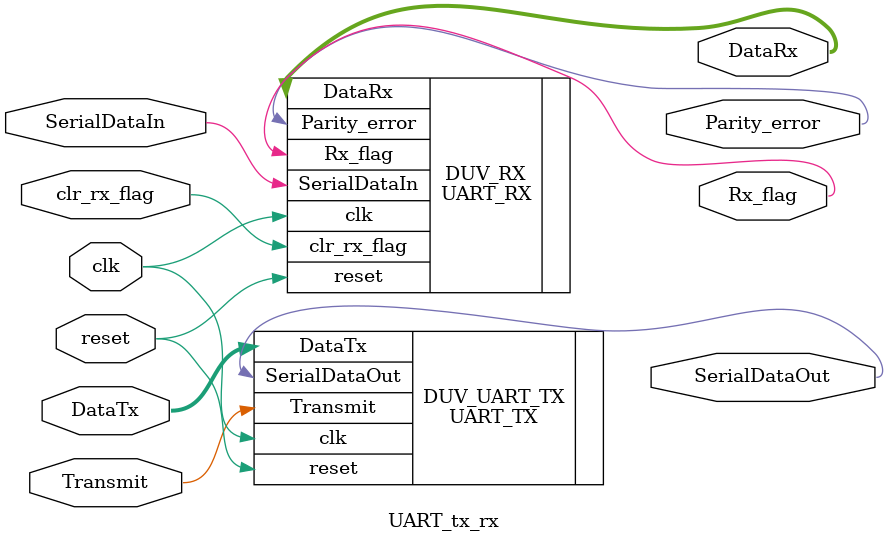
<source format=v>
module UART_tx_rx
#(
	parameter Nbit =8,
	parameter baudrate= 9600,	
	parameter clk_freq =50000000	
)
(
    
    /* Common signals */
    input clk, //clk signal
	input reset, //async signal to reset 
	/* RX input signals */
	input SerialDataIn, //it's the input data port 
	input clr_rx_flag, //to clear the Rx signal

    /* TX input signals */
	input Transmit, //signal to indicate the start of transmission . (Ready)
	input [Nbit-1:0] DataTx, //Port where Tx data is placed  (tx_data)
	
    /* RX outputs */	
	output [Nbit-1:0] DataRx, //Port where Rx information is available
	output reg Rx_flag, //indicates a data was received 
    output reg Parity_error, //when received logic data contains parity errors. Just for pair parity
    /* TX outputs */
	output reg SerialDataOut  //Output for serial data  (TxD )	
);

/* UART TX addr: 0x10010028 */
UART_TX#(
	.Nbit(Nbit),
	.baudrate(baudrate),
	.clk_freq(clk_freq)
)
DUV_UART_TX
(	
    /* Inputs */
	.clk(clk), //clk signal
	.reset(reset), //async signal to reset 
	.Transmit(Transmit), //signal to indicate the start of transmission . (Ready)
	.DataTx(DataTx), //Port where Tx data is placed  (tx_data)
	/* Outputs	 */
	.SerialDataOut(SerialDataOut)  //Output for serial data  (TxD ),  //Output for serial data  (TxD )	
);

/* UART RX addr: 0x1001002C */
UART_RX#(
	.Nbit(Nbit),
	.baudrate(baudrate),
	.clk_freq(clk_freq)
)
DUV_RX
(
    /* Inputs */
	.SerialDataIn(SerialDataIn), //it's the input data port 
	.clk(clk), //clk signal
	.reset(reset), //async signal to reset 
	.clr_rx_flag(clr_rx_flag), //to clear the Rx signal

	/* Outputs	 */
	.DataRx(DataRx), //Port where Rx information is available
	.Rx_flag(Rx_flag), //indicates a data was received
	.Parity_error(Parity_error)
);

endmodule
</source>
